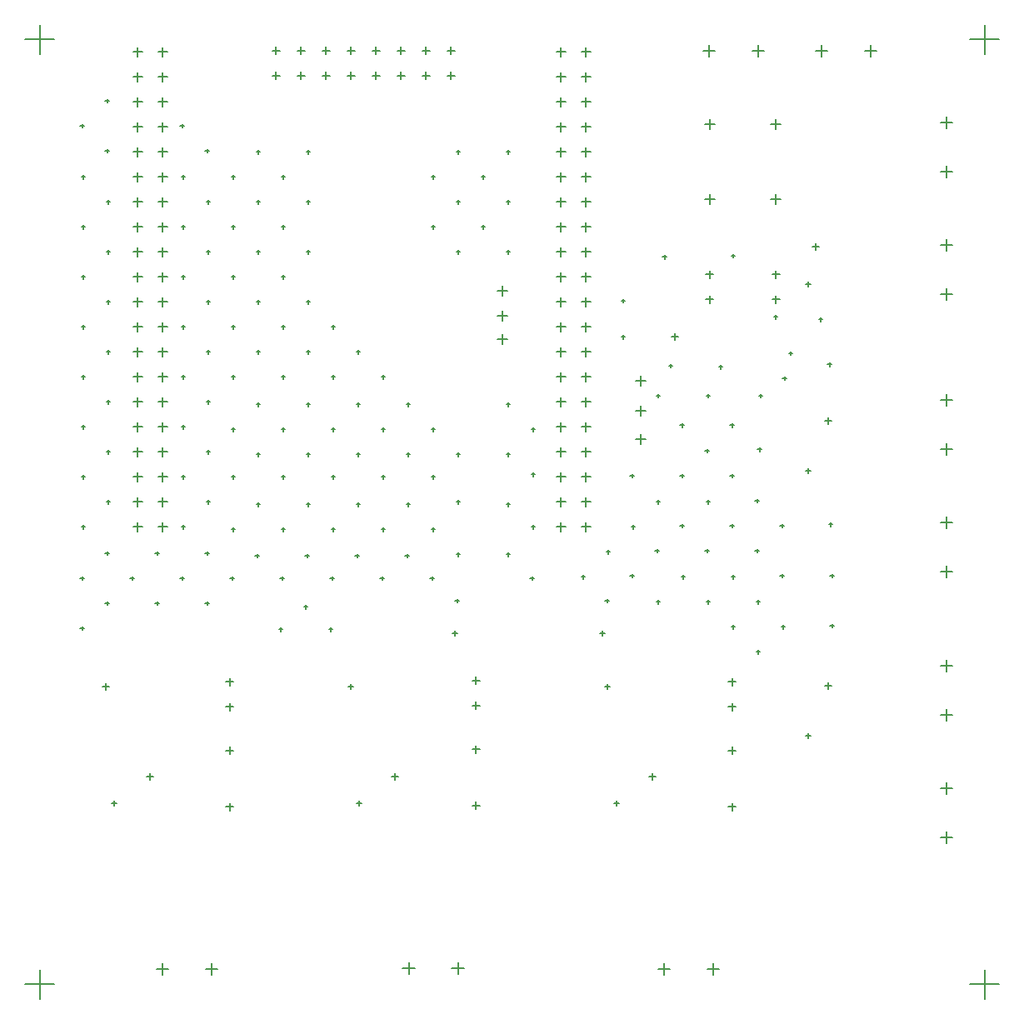
<source format=gbr>
G04 Layer_Color=128*
%FSLAX26Y26*%
%MOIN*%
%TF.FileFunction,Drillmap*%
%TF.Part,Single*%
G01*
G75*
%TA.AperFunction,NonConductor*%
%ADD69C,0.005000*%
D69*
X1630000Y3635000D02*
X1660000D01*
X1645000Y3620000D02*
Y3650000D01*
X1330000Y3635000D02*
X1360000D01*
X1345000Y3620000D02*
Y3650000D01*
X1230000Y3635000D02*
X1260000D01*
X1245000Y3620000D02*
Y3650000D01*
X1130000Y3635000D02*
X1160000D01*
X1145000Y3620000D02*
Y3650000D01*
X1030000Y3635000D02*
X1060000D01*
X1045000Y3620000D02*
Y3650000D01*
X930000Y3635000D02*
X960000D01*
X945000Y3620000D02*
Y3650000D01*
X1530000Y3635000D02*
X1560000D01*
X1545000Y3620000D02*
Y3650000D01*
X1430000Y3635000D02*
X1460000D01*
X1445000Y3620000D02*
Y3650000D01*
X1630000Y3735000D02*
X1660000D01*
X1645000Y3720000D02*
Y3750000D01*
X1330000Y3735000D02*
X1360000D01*
X1345000Y3720000D02*
Y3750000D01*
X1230000Y3735000D02*
X1260000D01*
X1245000Y3720000D02*
Y3750000D01*
X1130000Y3735000D02*
X1160000D01*
X1145000Y3720000D02*
Y3750000D01*
X1030000Y3735000D02*
X1060000D01*
X1045000Y3720000D02*
Y3750000D01*
X930000Y3735000D02*
X960000D01*
X945000Y3720000D02*
Y3750000D01*
X1530000Y3735000D02*
X1560000D01*
X1545000Y3720000D02*
Y3750000D01*
X1430000Y3735000D02*
X1460000D01*
X1445000Y3720000D02*
Y3750000D01*
X2925315Y3440000D02*
X2964685D01*
X2945000Y3420315D02*
Y3459685D01*
X2925315Y3140000D02*
X2964685D01*
X2945000Y3120315D02*
Y3159685D01*
X2929252Y2840000D02*
X2960748D01*
X2945000Y2824252D02*
Y2855748D01*
X2929252Y2740000D02*
X2960748D01*
X2945000Y2724252D02*
Y2755748D01*
X2660315Y3440000D02*
X2699685D01*
X2680000Y3420315D02*
Y3459685D01*
X2660315Y3140000D02*
X2699685D01*
X2680000Y3120315D02*
Y3159685D01*
X2664252Y2840000D02*
X2695748D01*
X2680000Y2824252D02*
Y2855748D01*
X2664252Y2740000D02*
X2695748D01*
X2680000Y2724252D02*
Y2755748D01*
X2849803Y3735000D02*
X2897047D01*
X2873425Y3711378D02*
Y3758622D01*
X2652953Y3735000D02*
X2700197D01*
X2676575Y3711378D02*
Y3758622D01*
X3299803Y3735000D02*
X3347047D01*
X3323425Y3711378D02*
Y3758622D01*
X3102953Y3735000D02*
X3150197D01*
X3126575Y3711378D02*
Y3758622D01*
X3604043Y3448425D02*
X3651287D01*
X3627665Y3424803D02*
Y3472047D01*
X3604043Y3251575D02*
X3651287D01*
X3627665Y3227953D02*
Y3275197D01*
X3604044Y2958425D02*
X3651288D01*
X3627666Y2934803D02*
Y2982047D01*
X3604044Y2761575D02*
X3651288D01*
X3627666Y2737953D02*
Y2785197D01*
X3604044Y2337425D02*
X3651288D01*
X3627666Y2313803D02*
Y2361047D01*
X3604044Y2140575D02*
X3651288D01*
X3627666Y2116953D02*
Y2164197D01*
X3604044Y1848425D02*
X3651288D01*
X3627666Y1824803D02*
Y1872047D01*
X3604044Y1651575D02*
X3651288D01*
X3627666Y1627953D02*
Y1675197D01*
X3604043Y1273425D02*
X3651287D01*
X3627665Y1249803D02*
Y1297047D01*
X3604043Y1076575D02*
X3651287D01*
X3627665Y1052953D02*
Y1100197D01*
X3604043Y783425D02*
X3651287D01*
X3627665Y759803D02*
Y807047D01*
X3604043Y586575D02*
X3651287D01*
X3627665Y562953D02*
Y610197D01*
X2385315Y2180000D02*
X2424685D01*
X2405000Y2160315D02*
Y2199685D01*
X2385315Y2295000D02*
X2424685D01*
X2405000Y2275315D02*
Y2314685D01*
X2385315Y2415000D02*
X2424685D01*
X2405000Y2395315D02*
Y2434685D01*
X3720472Y3779528D02*
X3838582D01*
X3779527Y3720473D02*
Y3838583D01*
X3720472Y-0D02*
X3838582D01*
X3779527Y-59055D02*
Y59055D01*
X-59054Y3779528D02*
X59056D01*
X1Y3720473D02*
Y3838583D01*
X-59054Y-0D02*
X59056D01*
X1Y-59055D02*
Y59055D01*
X2167284Y1830000D02*
X2202716D01*
X2185000Y1812284D02*
Y1847716D01*
X2167284Y1930000D02*
X2202716D01*
X2185000Y1912284D02*
Y1947716D01*
X2167284Y2030000D02*
X2202716D01*
X2185000Y2012284D02*
Y2047716D01*
X2167284Y2130000D02*
X2202716D01*
X2185000Y2112284D02*
Y2147716D01*
X2167284Y2230000D02*
X2202716D01*
X2185000Y2212284D02*
Y2247716D01*
X2167284Y2330000D02*
X2202716D01*
X2185000Y2312284D02*
Y2347716D01*
X2167284Y2430000D02*
X2202716D01*
X2185000Y2412284D02*
Y2447716D01*
X2167284Y2530000D02*
X2202716D01*
X2185000Y2512284D02*
Y2547716D01*
X2167284Y2630000D02*
X2202716D01*
X2185000Y2612284D02*
Y2647716D01*
X2167284Y2730000D02*
X2202716D01*
X2185000Y2712284D02*
Y2747716D01*
X2167284Y2830000D02*
X2202716D01*
X2185000Y2812284D02*
Y2847716D01*
X2167284Y2930000D02*
X2202716D01*
X2185000Y2912284D02*
Y2947716D01*
X2167284Y3030000D02*
X2202716D01*
X2185000Y3012284D02*
Y3047716D01*
X2167284Y3130000D02*
X2202716D01*
X2185000Y3112284D02*
Y3147716D01*
X2167284Y3230000D02*
X2202716D01*
X2185000Y3212284D02*
Y3247716D01*
X2167284Y3330000D02*
X2202716D01*
X2185000Y3312284D02*
Y3347716D01*
X2167284Y3430000D02*
X2202716D01*
X2185000Y3412284D02*
Y3447716D01*
X2167284Y3530000D02*
X2202716D01*
X2185000Y3512284D02*
Y3547716D01*
X2167284Y3630000D02*
X2202716D01*
X2185000Y3612284D02*
Y3647716D01*
X2167284Y3730000D02*
X2202716D01*
X2185000Y3712284D02*
Y3747716D01*
X2067284Y1830000D02*
X2102716D01*
X2085000Y1812284D02*
Y1847716D01*
X2067284Y1930000D02*
X2102716D01*
X2085000Y1912284D02*
Y1947716D01*
X2067284Y2030000D02*
X2102716D01*
X2085000Y2012284D02*
Y2047716D01*
X2067284Y2130000D02*
X2102716D01*
X2085000Y2112284D02*
Y2147716D01*
X2067284Y2230000D02*
X2102716D01*
X2085000Y2212284D02*
Y2247716D01*
X2067284Y2330000D02*
X2102716D01*
X2085000Y2312284D02*
Y2347716D01*
X2067284Y2430000D02*
X2102716D01*
X2085000Y2412284D02*
Y2447716D01*
X2067284Y2530000D02*
X2102716D01*
X2085000Y2512284D02*
Y2547716D01*
X2067284Y2630000D02*
X2102716D01*
X2085000Y2612284D02*
Y2647716D01*
X2067284Y2730000D02*
X2102716D01*
X2085000Y2712284D02*
Y2747716D01*
X2067284Y2830000D02*
X2102716D01*
X2085000Y2812284D02*
Y2847716D01*
X2067284Y2930000D02*
X2102716D01*
X2085000Y2912284D02*
Y2947716D01*
X2067284Y3030000D02*
X2102716D01*
X2085000Y3012284D02*
Y3047716D01*
X2067284Y3130000D02*
X2102716D01*
X2085000Y3112284D02*
Y3147716D01*
X2067284Y3230000D02*
X2102716D01*
X2085000Y3212284D02*
Y3247716D01*
X2067284Y3330000D02*
X2102716D01*
X2085000Y3312284D02*
Y3347716D01*
X2067284Y3430000D02*
X2102716D01*
X2085000Y3412284D02*
Y3447716D01*
X2067284Y3530000D02*
X2102716D01*
X2085000Y3512284D02*
Y3547716D01*
X2067284Y3630000D02*
X2102716D01*
X2085000Y3612284D02*
Y3647716D01*
X2067284Y3730000D02*
X2102716D01*
X2085000Y3712284D02*
Y3747716D01*
X474370Y1830000D02*
X509803D01*
X492087Y1812284D02*
Y1847716D01*
X374370Y3730000D02*
X409803D01*
X392087Y3712284D02*
Y3747716D01*
X374370Y3630000D02*
X409803D01*
X392087Y3612284D02*
Y3647716D01*
X374370Y3530000D02*
X409803D01*
X392087Y3512284D02*
Y3547716D01*
X374370Y3430000D02*
X409803D01*
X392087Y3412284D02*
Y3447716D01*
X374370Y3330000D02*
X409803D01*
X392087Y3312284D02*
Y3347716D01*
X374370Y3230000D02*
X409803D01*
X392087Y3212284D02*
Y3247716D01*
X374370Y3130000D02*
X409803D01*
X392087Y3112284D02*
Y3147716D01*
X374370Y3030000D02*
X409803D01*
X392087Y3012284D02*
Y3047716D01*
X374370Y2930000D02*
X409803D01*
X392087Y2912284D02*
Y2947716D01*
X374370Y2830000D02*
X409803D01*
X392087Y2812284D02*
Y2847716D01*
X374370Y2730000D02*
X409803D01*
X392087Y2712284D02*
Y2747716D01*
X374370Y2630000D02*
X409803D01*
X392087Y2612284D02*
Y2647716D01*
X374370Y2530000D02*
X409803D01*
X392087Y2512284D02*
Y2547716D01*
X374370Y2430000D02*
X409803D01*
X392087Y2412284D02*
Y2447716D01*
X374370Y2330000D02*
X409803D01*
X392087Y2312284D02*
Y2347716D01*
X374370Y2230000D02*
X409803D01*
X392087Y2212284D02*
Y2247716D01*
X374370Y2130000D02*
X409803D01*
X392087Y2112284D02*
Y2147716D01*
X374370Y2030000D02*
X409803D01*
X392087Y2012284D02*
Y2047716D01*
X374370Y1930000D02*
X409803D01*
X392087Y1912284D02*
Y1947716D01*
X374370Y1830000D02*
X409803D01*
X392087Y1812284D02*
Y1847716D01*
X474370Y3730000D02*
X509803D01*
X492087Y3712284D02*
Y3747716D01*
X474370Y3630000D02*
X509803D01*
X492087Y3612284D02*
Y3647716D01*
X474370Y3530000D02*
X509803D01*
X492087Y3512284D02*
Y3547716D01*
X474370Y3430000D02*
X509803D01*
X492087Y3412284D02*
Y3447716D01*
X474370Y3330000D02*
X509803D01*
X492087Y3312284D02*
Y3347716D01*
X474370Y3230000D02*
X509803D01*
X492087Y3212284D02*
Y3247716D01*
X474370Y3130000D02*
X509803D01*
X492087Y3112284D02*
Y3147716D01*
X474370Y3030000D02*
X509803D01*
X492087Y3012284D02*
Y3047716D01*
X474370Y2930000D02*
X509803D01*
X492087Y2912284D02*
Y2947716D01*
X474370Y2830000D02*
X509803D01*
X492087Y2812284D02*
Y2847716D01*
X474370Y2730000D02*
X509803D01*
X492087Y2712284D02*
Y2747716D01*
X474370Y2630000D02*
X509803D01*
X492087Y2612284D02*
Y2647716D01*
X474370Y2530000D02*
X509803D01*
X492087Y2512284D02*
Y2547716D01*
X474370Y2430000D02*
X509803D01*
X492087Y2412284D02*
Y2447716D01*
X474370Y2330000D02*
X509803D01*
X492087Y2312284D02*
Y2347716D01*
X474370Y2230000D02*
X509803D01*
X492087Y2212284D02*
Y2247716D01*
X474370Y2130000D02*
X509803D01*
X492087Y2112284D02*
Y2147716D01*
X474370Y2030000D02*
X509803D01*
X492087Y2012284D02*
Y2047716D01*
X474370Y1930000D02*
X509803D01*
X492087Y1912284D02*
Y1947716D01*
X1729370Y715591D02*
X1759370D01*
X1744370Y700591D02*
Y730591D01*
X1729370Y940000D02*
X1759370D01*
X1744370Y925000D02*
Y955000D01*
X1729370Y1115591D02*
X1759370D01*
X1744370Y1100591D02*
Y1130591D01*
X1729370Y1215591D02*
X1759370D01*
X1744370Y1200591D02*
Y1230591D01*
X745000Y710591D02*
X775000D01*
X760000Y695591D02*
Y725591D01*
X745000Y935000D02*
X775000D01*
X760000Y920000D02*
Y950000D01*
X745000Y1110591D02*
X775000D01*
X760000Y1095591D02*
Y1125591D01*
X745000Y1210591D02*
X775000D01*
X760000Y1195591D02*
Y1225591D01*
X2669803Y60000D02*
X2717047D01*
X2693425Y36378D02*
Y83622D01*
X2472953Y60000D02*
X2520197D01*
X2496575Y36378D02*
Y83622D01*
X2755000Y710591D02*
X2785000D01*
X2770000Y695591D02*
Y725591D01*
X2755000Y935000D02*
X2785000D01*
X2770000Y920000D02*
Y950000D01*
X2755000Y1110591D02*
X2785000D01*
X2770000Y1095591D02*
Y1125591D01*
X2755000Y1210591D02*
X2785000D01*
X2770000Y1195591D02*
Y1225591D01*
X1649173Y65000D02*
X1696417D01*
X1672795Y41378D02*
Y88622D01*
X1452323Y65000D02*
X1499567D01*
X1475945Y41378D02*
Y88622D01*
X664803Y60000D02*
X712047D01*
X688425Y36378D02*
Y83622D01*
X467953Y60000D02*
X515197D01*
X491575Y36378D02*
Y83622D01*
X1830315Y2775000D02*
X1869685D01*
X1850000Y2755315D02*
Y2794685D01*
X1830315Y2675000D02*
X1869685D01*
X1850000Y2655315D02*
Y2694685D01*
X1830315Y2580000D02*
X1869685D01*
X1850000Y2560315D02*
Y2599685D01*
X1157500Y1419999D02*
X1172500D01*
X1165000Y1412499D02*
Y1427499D01*
X957500Y1419999D02*
X972500D01*
X965000Y1412499D02*
Y1427499D01*
X1057500Y1509999D02*
X1072500D01*
X1065000Y1502499D02*
Y1517499D01*
X1662500Y1535000D02*
X1677500D01*
X1670000Y1527500D02*
Y1542500D01*
X1867500Y2320000D02*
X1882500D01*
X1875000Y2312500D02*
Y2327500D01*
X1967500Y2040000D02*
X1982500D01*
X1975000Y2032500D02*
Y2047500D01*
X1967500Y1830000D02*
X1982500D01*
X1975000Y1822500D02*
Y1837500D01*
X1962500Y1625000D02*
X1977500D01*
X1970000Y1617500D02*
Y1632500D01*
X1867500Y1720000D02*
X1882500D01*
X1875000Y1712500D02*
Y1727500D01*
X1967500Y2220000D02*
X1982500D01*
X1975000Y2212500D02*
Y2227500D01*
X1867500Y2120000D02*
X1882500D01*
X1875000Y2112500D02*
Y2127500D01*
X1867500Y1920000D02*
X1882500D01*
X1875000Y1912500D02*
Y1927500D01*
X1667500Y1720000D02*
X1682500D01*
X1675000Y1712500D02*
Y1727500D01*
X1667500Y1930000D02*
X1682500D01*
X1675000Y1922500D02*
Y1937500D01*
X1667500Y2120000D02*
X1682500D01*
X1675000Y2112500D02*
Y2127500D01*
X1367500Y2430000D02*
X1382500D01*
X1375000Y2422500D02*
Y2437500D01*
X1267500Y2530000D02*
X1282500D01*
X1275000Y2522500D02*
Y2537500D01*
X1167500Y2630000D02*
X1182500D01*
X1175000Y2622500D02*
Y2637500D01*
X2467500Y2355000D02*
X2482500D01*
X2475000Y2347500D02*
Y2362500D01*
X2667500Y2355000D02*
X2682500D01*
X2675000Y2347500D02*
Y2362500D01*
X2526000Y2590000D02*
X2554000D01*
X2540000Y2576000D02*
Y2604000D01*
X2762500Y2236028D02*
X2777500D01*
X2770000Y2228528D02*
Y2243528D01*
X2662500Y2135000D02*
X2677500D01*
X2670000Y2127500D02*
Y2142500D01*
X3090764Y2950236D02*
X3118764D01*
X3104764Y2936236D02*
Y2964236D01*
X3065000Y2800000D02*
X3085000D01*
X3075000Y2790000D02*
Y2810000D01*
X3162500Y1435000D02*
X3177500D01*
X3170000Y1427500D02*
Y1442500D01*
X3162500Y1635000D02*
X3177500D01*
X3170000Y1627500D02*
Y1642500D01*
X3157500Y1840000D02*
X3172500D01*
X3165000Y1832500D02*
Y1847500D01*
X3152500Y2480000D02*
X3167500D01*
X3160000Y2472500D02*
Y2487500D01*
X2327500Y2590000D02*
X2342500D01*
X2335000Y2582500D02*
Y2597500D01*
X3117500Y2660000D02*
X3132500D01*
X3125000Y2652500D02*
Y2667500D01*
X2167500Y1630000D02*
X2182500D01*
X2175000Y1622500D02*
Y1637500D01*
X2267500Y1730000D02*
X2282500D01*
X2275000Y1722500D02*
Y1737500D01*
X2262500Y1535000D02*
X2277500D01*
X2270000Y1527500D02*
Y1542500D01*
X2467500Y1530000D02*
X2482500D01*
X2475000Y1522500D02*
Y1537500D01*
X2362500Y1635000D02*
X2377500D01*
X2370000Y1627500D02*
Y1642500D01*
X2367500Y1830000D02*
X2382500D01*
X2375000Y1822500D02*
Y1837500D01*
X2867500Y1330000D02*
X2882500D01*
X2875000Y1322500D02*
Y1337500D01*
X2767500Y1430000D02*
X2782500D01*
X2775000Y1422500D02*
Y1437500D01*
X2667500Y1530000D02*
X2682500D01*
X2675000Y1522500D02*
Y1537500D01*
X2967500Y1430000D02*
X2982500D01*
X2975000Y1422500D02*
Y1437500D01*
X2867500Y1530000D02*
X2882500D01*
X2875000Y1522500D02*
Y1537500D01*
X2962500Y1635000D02*
X2977500D01*
X2970000Y1627500D02*
Y1642500D01*
X2862500Y1735000D02*
X2877500D01*
X2870000Y1727500D02*
Y1742500D01*
X2962500Y1835000D02*
X2977500D01*
X2970000Y1827500D02*
Y1842500D01*
X2862500Y1935000D02*
X2877500D01*
X2870000Y1927500D02*
Y1942500D01*
X2762500Y2035000D02*
X2777500D01*
X2770000Y2027500D02*
Y2042500D01*
X2872500Y2140000D02*
X2887500D01*
X2880000Y2132500D02*
Y2147500D01*
X2997500Y2525000D02*
X3012500D01*
X3005000Y2517500D02*
Y2532500D01*
X2972500Y2425000D02*
X2987500D01*
X2980000Y2417500D02*
Y2432500D01*
X2877500Y2355000D02*
X2892500D01*
X2885000Y2347500D02*
Y2362500D01*
X2562500Y2236028D02*
X2577500D01*
X2570000Y2228528D02*
Y2243528D01*
X2662500Y1735000D02*
X2677500D01*
X2670000Y1727500D02*
Y1742500D01*
X2762500Y1835000D02*
X2777500D01*
X2770000Y1827500D02*
Y1842500D01*
X2767500Y1630000D02*
X2782500D01*
X2775000Y1622500D02*
Y1637500D01*
X2462500Y1735000D02*
X2477500D01*
X2470000Y1727500D02*
Y1742500D01*
X2562500Y1835000D02*
X2577500D01*
X2570000Y1827500D02*
Y1842500D01*
X2567500Y1630000D02*
X2582500D01*
X2575000Y1622500D02*
Y1637500D01*
X2562500Y2035000D02*
X2577500D01*
X2570000Y2027500D02*
Y2042500D01*
X2667500Y1930000D02*
X2682500D01*
X2675000Y1922500D02*
Y1937500D01*
X2362500Y2035000D02*
X2377500D01*
X2370000Y2027500D02*
Y2042500D01*
X2467500Y1930000D02*
X2482500D01*
X2475000Y1922500D02*
Y1937500D01*
X2327500Y2735000D02*
X2342500D01*
X2335000Y2727500D02*
Y2742500D01*
X2517500Y2475000D02*
X2532500D01*
X2525000Y2467500D02*
Y2482500D01*
X2937500Y2670000D02*
X2952500D01*
X2945000Y2662500D02*
Y2677500D01*
X2492500Y2910000D02*
X2507500D01*
X2500000Y2902500D02*
Y2917500D01*
X2767500Y2915000D02*
X2782500D01*
X2775000Y2907500D02*
Y2922500D01*
X2717500Y2470000D02*
X2732500D01*
X2725000Y2462500D02*
Y2477500D01*
X1767500Y3030000D02*
X1782500D01*
X1775000Y3022500D02*
Y3037500D01*
X1767500Y3230000D02*
X1782500D01*
X1775000Y3222500D02*
Y3237500D01*
X1867500Y3330000D02*
X1882500D01*
X1875000Y3322500D02*
Y3337500D01*
X1867500Y3130000D02*
X1882500D01*
X1875000Y3122500D02*
Y3137500D01*
X1867500Y2930000D02*
X1882500D01*
X1875000Y2922500D02*
Y2937500D01*
X1562500Y1625000D02*
X1577500D01*
X1570000Y1617500D02*
Y1632500D01*
X1567500Y2030000D02*
X1582500D01*
X1575000Y2022500D02*
Y2037500D01*
X1567500Y3030000D02*
X1582500D01*
X1575000Y3022500D02*
Y3037500D01*
X1567500Y3230000D02*
X1582500D01*
X1575000Y3222500D02*
Y3237500D01*
X1667500Y3330000D02*
X1682500D01*
X1675000Y3322500D02*
Y3337500D01*
X1667500Y3130000D02*
X1682500D01*
X1675000Y3122500D02*
Y3137500D01*
X1667500Y2930000D02*
X1682500D01*
X1675000Y2922500D02*
Y2937500D01*
X1567500Y2220000D02*
X1582500D01*
X1575000Y2212500D02*
Y2227500D01*
X1567500Y1820000D02*
X1582500D01*
X1575000Y1812500D02*
Y1827500D01*
X1362500Y1625000D02*
X1377500D01*
X1370000Y1617500D02*
Y1632500D01*
X1367500Y2030000D02*
X1382500D01*
X1375000Y2022500D02*
Y2037500D01*
X1367500Y2220000D02*
X1382500D01*
X1375000Y2212500D02*
Y2227500D01*
X1367500Y1820000D02*
X1382500D01*
X1375000Y1812500D02*
Y1827500D01*
X1467500Y2320000D02*
X1482500D01*
X1475000Y2312500D02*
Y2327500D01*
X1467500Y2120000D02*
X1482500D01*
X1475000Y2112500D02*
Y2127500D01*
X1467500Y1920000D02*
X1482500D01*
X1475000Y1912500D02*
Y1927500D01*
X1462500Y1715000D02*
X1477500D01*
X1470000Y1707500D02*
Y1722500D01*
X1162500Y1625000D02*
X1177500D01*
X1170000Y1617500D02*
Y1632500D01*
X1167500Y2030000D02*
X1182500D01*
X1175000Y2022500D02*
Y2037500D01*
X1167500Y2430000D02*
X1182500D01*
X1175000Y2422500D02*
Y2437500D01*
X1167500Y2220000D02*
X1182500D01*
X1175000Y2212500D02*
Y2227500D01*
X1167500Y1820000D02*
X1182500D01*
X1175000Y1812500D02*
Y1827500D01*
X1267500Y2320000D02*
X1282500D01*
X1275000Y2312500D02*
Y2327500D01*
X1267500Y2120000D02*
X1282500D01*
X1275000Y2112500D02*
Y2127500D01*
X1267500Y1920000D02*
X1282500D01*
X1275000Y1912500D02*
Y1927500D01*
X1262500Y1715000D02*
X1277500D01*
X1270000Y1707500D02*
Y1722500D01*
X962500Y1625000D02*
X977500D01*
X970000Y1617500D02*
Y1632500D01*
X967500Y2030000D02*
X982500D01*
X975000Y2022500D02*
Y2037500D01*
X967500Y2430000D02*
X982500D01*
X975000Y2422500D02*
Y2437500D01*
X967500Y2830000D02*
X982500D01*
X975000Y2822500D02*
Y2837500D01*
X967500Y2630000D02*
X982500D01*
X975000Y2622500D02*
Y2637500D01*
X967500Y3030000D02*
X982500D01*
X975000Y3022500D02*
Y3037500D01*
X967500Y3230000D02*
X982500D01*
X975000Y3222500D02*
Y3237500D01*
X1067500Y3330000D02*
X1082500D01*
X1075000Y3322500D02*
Y3337500D01*
X1067500Y3130000D02*
X1082500D01*
X1075000Y3122500D02*
Y3137500D01*
X1067500Y2730000D02*
X1082500D01*
X1075000Y2722500D02*
Y2737500D01*
X1067500Y2930000D02*
X1082500D01*
X1075000Y2922500D02*
Y2937500D01*
X1067500Y2530000D02*
X1082500D01*
X1075000Y2522500D02*
Y2537500D01*
X967500Y2220000D02*
X982500D01*
X975000Y2212500D02*
Y2227500D01*
X967500Y1820000D02*
X982500D01*
X975000Y1812500D02*
Y1827500D01*
X1067500Y2320000D02*
X1082500D01*
X1075000Y2312500D02*
Y2327500D01*
X1067500Y2120000D02*
X1082500D01*
X1075000Y2112500D02*
Y2127500D01*
X1067500Y1920000D02*
X1082500D01*
X1075000Y1912500D02*
Y1927500D01*
X1062500Y1715000D02*
X1077500D01*
X1070000Y1707500D02*
Y1722500D01*
X862500Y1715000D02*
X877500D01*
X870000Y1707500D02*
Y1722500D01*
X867500Y1920000D02*
X882500D01*
X875000Y1912500D02*
Y1927500D01*
X867500Y2120000D02*
X882500D01*
X875000Y2112500D02*
Y2127500D01*
X867500Y2320000D02*
X882500D01*
X875000Y2312500D02*
Y2327500D01*
X767500Y1820000D02*
X782500D01*
X775000Y1812500D02*
Y1827500D01*
X767500Y2220000D02*
X782500D01*
X775000Y2212500D02*
Y2227500D01*
X867500Y2530000D02*
X882500D01*
X875000Y2522500D02*
Y2537500D01*
X867500Y2930000D02*
X882500D01*
X875000Y2922500D02*
Y2937500D01*
X867500Y2730000D02*
X882500D01*
X875000Y2722500D02*
Y2737500D01*
X867500Y3130000D02*
X882500D01*
X875000Y3122500D02*
Y3137500D01*
X867500Y3330000D02*
X882500D01*
X875000Y3322500D02*
Y3337500D01*
X767500Y3230000D02*
X782500D01*
X775000Y3222500D02*
Y3237500D01*
X767500Y3030000D02*
X782500D01*
X775000Y3022500D02*
Y3037500D01*
X767500Y2630000D02*
X782500D01*
X775000Y2622500D02*
Y2637500D01*
X567500Y1830000D02*
X582500D01*
X575000Y1822500D02*
Y1837500D01*
X567500Y2230000D02*
X582500D01*
X575000Y2222500D02*
Y2237500D01*
X567500Y3030000D02*
X582500D01*
X575000Y3022500D02*
Y3037500D01*
X562500Y3435000D02*
X577500D01*
X570000Y3427500D02*
Y3442500D01*
X662500Y3335000D02*
X677500D01*
X670000Y3327500D02*
Y3342500D01*
X567500Y3230000D02*
X582500D01*
X575000Y3222500D02*
Y3237500D01*
X667500Y3130000D02*
X682500D01*
X675000Y3122500D02*
Y3137500D01*
X567500Y2630000D02*
X582500D01*
X575000Y2622500D02*
Y2637500D01*
X262500Y3535000D02*
X277500D01*
X270000Y3527500D02*
Y3542500D01*
X262500Y3335000D02*
X277500D01*
X270000Y3327500D02*
Y3342500D01*
X162500Y3435000D02*
X177500D01*
X170000Y3427500D02*
Y3442500D01*
X167500Y3230000D02*
X182500D01*
X175000Y3222500D02*
Y3237500D01*
X167500Y3030000D02*
X182500D01*
X175000Y3022500D02*
Y3037500D01*
X267500Y3130000D02*
X282500D01*
X275000Y3122500D02*
Y3137500D01*
X567500Y2830000D02*
X582500D01*
X575000Y2822500D02*
Y2837500D01*
X667500Y2930000D02*
X682500D01*
X675000Y2922500D02*
Y2937500D01*
X667500Y2730000D02*
X682500D01*
X675000Y2722500D02*
Y2737500D01*
X767500Y2830000D02*
X782500D01*
X775000Y2822500D02*
Y2837500D01*
X567500Y2430000D02*
X582500D01*
X575000Y2422500D02*
Y2437500D01*
X667500Y2530000D02*
X682500D01*
X675000Y2522500D02*
Y2537500D01*
X667500Y2330000D02*
X682500D01*
X675000Y2322500D02*
Y2337500D01*
X767500Y2430000D02*
X782500D01*
X775000Y2422500D02*
Y2437500D01*
X567500Y2030000D02*
X582500D01*
X575000Y2022500D02*
Y2037500D01*
X667500Y2130000D02*
X682500D01*
X675000Y2122500D02*
Y2137500D01*
X667500Y1930000D02*
X682500D01*
X675000Y1922500D02*
Y1937500D01*
X767500Y2030000D02*
X782500D01*
X775000Y2022500D02*
Y2037500D01*
X762500Y1625000D02*
X777500D01*
X770000Y1617500D02*
Y1632500D01*
X662500Y1525000D02*
X677500D01*
X670000Y1517500D02*
Y1532500D01*
X662500Y1725000D02*
X677500D01*
X670000Y1717500D02*
Y1732500D01*
X562500Y1625000D02*
X577500D01*
X570000Y1617500D02*
Y1632500D01*
X462500Y1525000D02*
X477500D01*
X470000Y1517500D02*
Y1532500D01*
X462500Y1725000D02*
X477500D01*
X470000Y1717500D02*
Y1732500D01*
X362500Y1625000D02*
X377500D01*
X370000Y1617500D02*
Y1632500D01*
X262500Y1725000D02*
X277500D01*
X270000Y1717500D02*
Y1732500D01*
X162500Y1625000D02*
X177500D01*
X170000Y1617500D02*
Y1632500D01*
X262500Y1525000D02*
X277500D01*
X270000Y1517500D02*
Y1532500D01*
X162500Y1425000D02*
X177500D01*
X170000Y1417500D02*
Y1432500D01*
X267500Y2130000D02*
X282500D01*
X275000Y2122500D02*
Y2137500D01*
X167500Y2030000D02*
X182500D01*
X175000Y2022500D02*
Y2037500D01*
X267500Y1930000D02*
X282500D01*
X275000Y1922500D02*
Y1937500D01*
X167500Y1830000D02*
X182500D01*
X175000Y1822500D02*
Y1837500D01*
X267500Y2530000D02*
X282500D01*
X275000Y2522500D02*
Y2537500D01*
X167500Y2430000D02*
X182500D01*
X175000Y2422500D02*
Y2437500D01*
X267500Y2330000D02*
X282500D01*
X275000Y2322500D02*
Y2337500D01*
X167500Y2230000D02*
X182500D01*
X175000Y2222500D02*
Y2237500D01*
X267500Y2930000D02*
X282500D01*
X275000Y2922500D02*
Y2937500D01*
X167500Y2830000D02*
X182500D01*
X175000Y2822500D02*
Y2837500D01*
X267500Y2730000D02*
X282500D01*
X275000Y2722500D02*
Y2737500D01*
X167500Y2630000D02*
X182500D01*
X175000Y2622500D02*
Y2637500D01*
X3141000Y1195000D02*
X3169000D01*
X3155000Y1181000D02*
Y1209000D01*
X3141000Y2255000D02*
X3169000D01*
X3155000Y2241000D02*
Y2269000D01*
X3065000Y2055000D02*
X3085000D01*
X3075000Y2045000D02*
Y2065000D01*
X3065000Y995000D02*
X3085000D01*
X3075000Y985000D02*
Y1005000D01*
X287598Y722598D02*
X307598D01*
X297598Y712598D02*
Y732598D01*
X426000Y830000D02*
X454000D01*
X440000Y816000D02*
Y844000D01*
X1267598Y722598D02*
X1287598D01*
X1277598Y712598D02*
Y732598D01*
X1406000Y830000D02*
X1434000D01*
X1420000Y816000D02*
Y844000D01*
X2297598Y722598D02*
X2317598D01*
X2307598Y712598D02*
Y732598D01*
X2436000Y830000D02*
X2464000D01*
X2450000Y816000D02*
Y844000D01*
X251000Y1190000D02*
X279000D01*
X265000Y1176000D02*
Y1204000D01*
X2260000Y1190000D02*
X2280000D01*
X2270000Y1180000D02*
Y1200000D01*
X1235000Y1190000D02*
X1255000D01*
X1245000Y1180000D02*
Y1200000D01*
X1649370Y1404370D02*
X1669370D01*
X1659370Y1394370D02*
Y1414370D01*
X2240000Y1405000D02*
X2260000D01*
X2250000Y1395000D02*
Y1415000D01*
%TF.MD5,9498999225809df3c2026eedd7a91c7a*%
M02*

</source>
